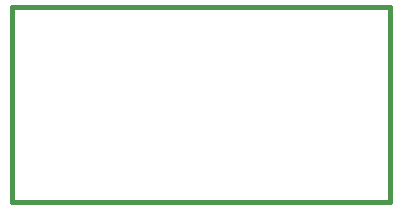
<source format=gko>
%FSLAX33Y33*%
%MOMM*%
%ADD10C,0.381*%
D10*
%LNpath-0*%
G01*
X0Y0D02*
X32000Y0D01*
X32000Y16500*
X0Y16500*
X0Y0*
%LNmechanical details_traces*%
M02*
</source>
